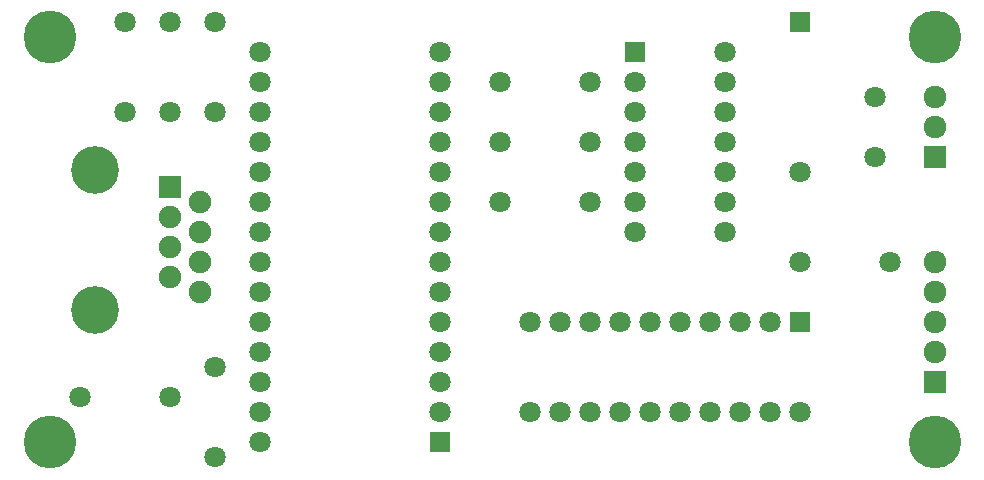
<source format=gbr>
G04 #@! TF.FileFunction,Soldermask,Bot*
%FSLAX46Y46*%
G04 Gerber Fmt 4.6, Leading zero omitted, Abs format (unit mm)*
G04 Created by KiCad (PCBNEW (2015-10-16 BZR 6271)-product) date Thursday, November 26, 2015 'PMt' 11:11:10 PM*
%MOMM*%
G01*
G04 APERTURE LIST*
%ADD10C,0.100000*%
%ADD11C,4.049980*%
%ADD12R,1.901140X1.901140*%
%ADD13C,1.901140*%
%ADD14C,1.797000*%
%ADD15R,1.924000X1.924000*%
%ADD16C,1.924000*%
%ADD17R,1.797000X1.797000*%
%ADD18C,4.464000*%
G04 APERTURE END LIST*
D10*
D11*
X59690000Y-44673520D03*
X59690000Y-32804100D03*
D12*
X66040000Y-34290000D03*
D13*
X68580000Y-35560000D03*
X66040000Y-36830000D03*
X68580000Y-38100000D03*
X66040000Y-39370000D03*
X68580000Y-40640000D03*
X66040000Y-41910000D03*
X68580000Y-43180000D03*
D14*
X66040000Y-52070000D03*
X58420000Y-52070000D03*
X62230000Y-20320000D03*
X62230000Y-27940000D03*
X101600000Y-35560000D03*
X93980000Y-35560000D03*
X101600000Y-30480000D03*
X93980000Y-30480000D03*
X93980000Y-25400000D03*
X101600000Y-25400000D03*
X69850000Y-27940000D03*
X69850000Y-20320000D03*
X66040000Y-20320000D03*
X66040000Y-27940000D03*
X127000000Y-40640000D03*
X119380000Y-40640000D03*
X69850000Y-49530000D03*
X69850000Y-57150000D03*
D15*
X130810000Y-50800000D03*
D16*
X130810000Y-48260000D03*
X130810000Y-45720000D03*
X130810000Y-43180000D03*
X130810000Y-40640000D03*
D15*
X130810000Y-31750000D03*
D16*
X130810000Y-29210000D03*
X130810000Y-26670000D03*
D17*
X88900000Y-55880000D03*
D14*
X88900000Y-53340000D03*
X88900000Y-50800000D03*
X88900000Y-48260000D03*
X88900000Y-45720000D03*
X88900000Y-43180000D03*
X88900000Y-40640000D03*
X88900000Y-38100000D03*
X88900000Y-35560000D03*
X88900000Y-33020000D03*
X88900000Y-30480000D03*
X88900000Y-27940000D03*
X88900000Y-25400000D03*
X88900000Y-22860000D03*
X73660000Y-22860000D03*
X73660000Y-25400000D03*
X73660000Y-27940000D03*
X73660000Y-30480000D03*
X73660000Y-33020000D03*
X73660000Y-35560000D03*
X73660000Y-38100000D03*
X73660000Y-40640000D03*
X73660000Y-43180000D03*
X73660000Y-45720000D03*
X73660000Y-48260000D03*
X73660000Y-50800000D03*
X73660000Y-53340000D03*
X73660000Y-55880000D03*
D17*
X119380000Y-45720000D03*
D14*
X116840000Y-45720000D03*
X114300000Y-45720000D03*
X111760000Y-45720000D03*
X109220000Y-45720000D03*
X106680000Y-45720000D03*
X104140000Y-45720000D03*
X101600000Y-45720000D03*
X99060000Y-45720000D03*
X96520000Y-45720000D03*
X96520000Y-53340000D03*
X99060000Y-53340000D03*
X101600000Y-53340000D03*
X104140000Y-53340000D03*
X106680000Y-53340000D03*
X109220000Y-53340000D03*
X111760000Y-53340000D03*
X114300000Y-53340000D03*
X116840000Y-53340000D03*
X119380000Y-53340000D03*
D17*
X105410000Y-22860000D03*
D14*
X105410000Y-25400000D03*
X105410000Y-27940000D03*
X105410000Y-30480000D03*
X105410000Y-33020000D03*
X105410000Y-35560000D03*
X105410000Y-38100000D03*
X113030000Y-38100000D03*
X113030000Y-35560000D03*
X113030000Y-33020000D03*
X113030000Y-30480000D03*
X113030000Y-27940000D03*
X113030000Y-25400000D03*
X113030000Y-22860000D03*
D17*
X119380000Y-20320000D03*
D14*
X119380000Y-33020000D03*
X125730000Y-26670000D03*
X125730000Y-31750000D03*
D18*
X130810000Y-21590000D03*
X130810000Y-55880000D03*
X55880000Y-55880000D03*
X55880000Y-21590000D03*
M02*

</source>
